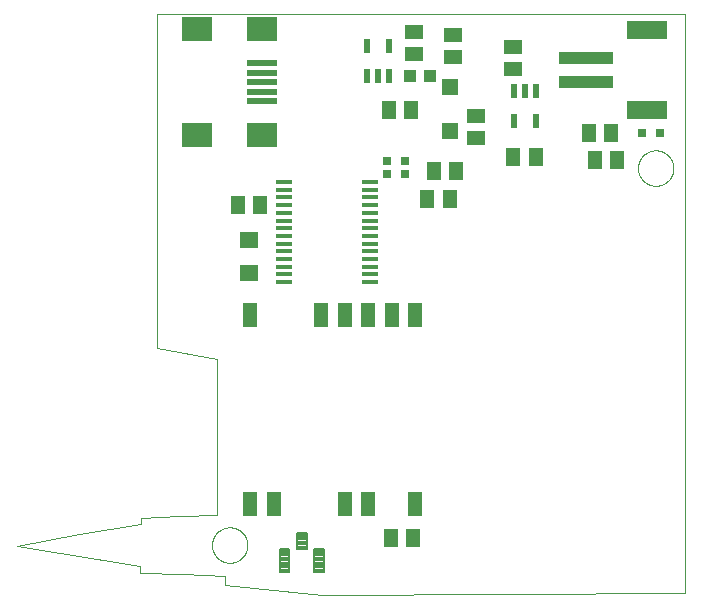
<source format=gtp>
G75*
%MOIN*%
%OFA0B0*%
%FSLAX25Y25*%
%IPPOS*%
%LPD*%
%AMOC8*
5,1,8,0,0,1.08239X$1,22.5*
%
%ADD10C,0.00000*%
%ADD11R,0.05118X0.05906*%
%ADD12R,0.06299X0.05512*%
%ADD13R,0.03150X0.03150*%
%ADD14R,0.05500X0.01370*%
%ADD15R,0.09843X0.01969*%
%ADD16R,0.09843X0.07874*%
%ADD17R,0.02165X0.04724*%
%ADD18R,0.05906X0.05118*%
%ADD19R,0.18110X0.03937*%
%ADD20R,0.13386X0.06299*%
%ADD21R,0.05000X0.07874*%
%ADD22R,0.05512X0.05512*%
%ADD23R,0.04331X0.03937*%
%ADD24C,0.00800*%
D10*
X0004557Y0022435D02*
X0025391Y0026394D01*
X0045891Y0030019D01*
X0045960Y0031852D01*
X0046030Y0032019D01*
X0058794Y0032505D01*
X0071224Y0032991D01*
X0071200Y0032985D02*
X0071225Y0058990D01*
X0071224Y0058963D02*
X0071224Y0084935D01*
X0051224Y0088685D01*
X0051224Y0199797D01*
X0227474Y0199797D01*
X0227474Y0006741D01*
X0166919Y0006394D01*
X0106363Y0006047D01*
X0074002Y0009419D01*
X0074002Y0012574D01*
X0059905Y0013130D01*
X0045807Y0013685D01*
X0045807Y0015908D01*
X0004557Y0022435D01*
X0069653Y0022850D02*
X0069655Y0023003D01*
X0069661Y0023157D01*
X0069671Y0023310D01*
X0069685Y0023462D01*
X0069703Y0023615D01*
X0069725Y0023766D01*
X0069750Y0023917D01*
X0069780Y0024068D01*
X0069814Y0024218D01*
X0069851Y0024366D01*
X0069892Y0024514D01*
X0069937Y0024660D01*
X0069986Y0024806D01*
X0070039Y0024950D01*
X0070095Y0025092D01*
X0070155Y0025233D01*
X0070219Y0025373D01*
X0070286Y0025511D01*
X0070357Y0025647D01*
X0070432Y0025781D01*
X0070509Y0025913D01*
X0070591Y0026043D01*
X0070675Y0026171D01*
X0070763Y0026297D01*
X0070854Y0026420D01*
X0070948Y0026541D01*
X0071046Y0026659D01*
X0071146Y0026775D01*
X0071250Y0026888D01*
X0071356Y0026999D01*
X0071465Y0027107D01*
X0071577Y0027212D01*
X0071691Y0027313D01*
X0071809Y0027412D01*
X0071928Y0027508D01*
X0072050Y0027601D01*
X0072175Y0027690D01*
X0072302Y0027777D01*
X0072431Y0027859D01*
X0072562Y0027939D01*
X0072695Y0028015D01*
X0072830Y0028088D01*
X0072967Y0028157D01*
X0073106Y0028222D01*
X0073246Y0028284D01*
X0073388Y0028342D01*
X0073531Y0028397D01*
X0073676Y0028448D01*
X0073822Y0028495D01*
X0073969Y0028538D01*
X0074117Y0028577D01*
X0074266Y0028613D01*
X0074416Y0028644D01*
X0074567Y0028672D01*
X0074718Y0028696D01*
X0074871Y0028716D01*
X0075023Y0028732D01*
X0075176Y0028744D01*
X0075329Y0028752D01*
X0075482Y0028756D01*
X0075636Y0028756D01*
X0075789Y0028752D01*
X0075942Y0028744D01*
X0076095Y0028732D01*
X0076247Y0028716D01*
X0076400Y0028696D01*
X0076551Y0028672D01*
X0076702Y0028644D01*
X0076852Y0028613D01*
X0077001Y0028577D01*
X0077149Y0028538D01*
X0077296Y0028495D01*
X0077442Y0028448D01*
X0077587Y0028397D01*
X0077730Y0028342D01*
X0077872Y0028284D01*
X0078012Y0028222D01*
X0078151Y0028157D01*
X0078288Y0028088D01*
X0078423Y0028015D01*
X0078556Y0027939D01*
X0078687Y0027859D01*
X0078816Y0027777D01*
X0078943Y0027690D01*
X0079068Y0027601D01*
X0079190Y0027508D01*
X0079309Y0027412D01*
X0079427Y0027313D01*
X0079541Y0027212D01*
X0079653Y0027107D01*
X0079762Y0026999D01*
X0079868Y0026888D01*
X0079972Y0026775D01*
X0080072Y0026659D01*
X0080170Y0026541D01*
X0080264Y0026420D01*
X0080355Y0026297D01*
X0080443Y0026171D01*
X0080527Y0026043D01*
X0080609Y0025913D01*
X0080686Y0025781D01*
X0080761Y0025647D01*
X0080832Y0025511D01*
X0080899Y0025373D01*
X0080963Y0025233D01*
X0081023Y0025092D01*
X0081079Y0024950D01*
X0081132Y0024806D01*
X0081181Y0024660D01*
X0081226Y0024514D01*
X0081267Y0024366D01*
X0081304Y0024218D01*
X0081338Y0024068D01*
X0081368Y0023917D01*
X0081393Y0023766D01*
X0081415Y0023615D01*
X0081433Y0023462D01*
X0081447Y0023310D01*
X0081457Y0023157D01*
X0081463Y0023003D01*
X0081465Y0022850D01*
X0081463Y0022697D01*
X0081457Y0022543D01*
X0081447Y0022390D01*
X0081433Y0022238D01*
X0081415Y0022085D01*
X0081393Y0021934D01*
X0081368Y0021783D01*
X0081338Y0021632D01*
X0081304Y0021482D01*
X0081267Y0021334D01*
X0081226Y0021186D01*
X0081181Y0021040D01*
X0081132Y0020894D01*
X0081079Y0020750D01*
X0081023Y0020608D01*
X0080963Y0020467D01*
X0080899Y0020327D01*
X0080832Y0020189D01*
X0080761Y0020053D01*
X0080686Y0019919D01*
X0080609Y0019787D01*
X0080527Y0019657D01*
X0080443Y0019529D01*
X0080355Y0019403D01*
X0080264Y0019280D01*
X0080170Y0019159D01*
X0080072Y0019041D01*
X0079972Y0018925D01*
X0079868Y0018812D01*
X0079762Y0018701D01*
X0079653Y0018593D01*
X0079541Y0018488D01*
X0079427Y0018387D01*
X0079309Y0018288D01*
X0079190Y0018192D01*
X0079068Y0018099D01*
X0078943Y0018010D01*
X0078816Y0017923D01*
X0078687Y0017841D01*
X0078556Y0017761D01*
X0078423Y0017685D01*
X0078288Y0017612D01*
X0078151Y0017543D01*
X0078012Y0017478D01*
X0077872Y0017416D01*
X0077730Y0017358D01*
X0077587Y0017303D01*
X0077442Y0017252D01*
X0077296Y0017205D01*
X0077149Y0017162D01*
X0077001Y0017123D01*
X0076852Y0017087D01*
X0076702Y0017056D01*
X0076551Y0017028D01*
X0076400Y0017004D01*
X0076247Y0016984D01*
X0076095Y0016968D01*
X0075942Y0016956D01*
X0075789Y0016948D01*
X0075636Y0016944D01*
X0075482Y0016944D01*
X0075329Y0016948D01*
X0075176Y0016956D01*
X0075023Y0016968D01*
X0074871Y0016984D01*
X0074718Y0017004D01*
X0074567Y0017028D01*
X0074416Y0017056D01*
X0074266Y0017087D01*
X0074117Y0017123D01*
X0073969Y0017162D01*
X0073822Y0017205D01*
X0073676Y0017252D01*
X0073531Y0017303D01*
X0073388Y0017358D01*
X0073246Y0017416D01*
X0073106Y0017478D01*
X0072967Y0017543D01*
X0072830Y0017612D01*
X0072695Y0017685D01*
X0072562Y0017761D01*
X0072431Y0017841D01*
X0072302Y0017923D01*
X0072175Y0018010D01*
X0072050Y0018099D01*
X0071928Y0018192D01*
X0071809Y0018288D01*
X0071691Y0018387D01*
X0071577Y0018488D01*
X0071465Y0018593D01*
X0071356Y0018701D01*
X0071250Y0018812D01*
X0071146Y0018925D01*
X0071046Y0019041D01*
X0070948Y0019159D01*
X0070854Y0019280D01*
X0070763Y0019403D01*
X0070675Y0019529D01*
X0070591Y0019657D01*
X0070509Y0019787D01*
X0070432Y0019919D01*
X0070357Y0020053D01*
X0070286Y0020189D01*
X0070219Y0020327D01*
X0070155Y0020467D01*
X0070095Y0020608D01*
X0070039Y0020750D01*
X0069986Y0020894D01*
X0069937Y0021040D01*
X0069892Y0021186D01*
X0069851Y0021334D01*
X0069814Y0021482D01*
X0069780Y0021632D01*
X0069750Y0021783D01*
X0069725Y0021934D01*
X0069703Y0022085D01*
X0069685Y0022238D01*
X0069671Y0022390D01*
X0069661Y0022543D01*
X0069655Y0022697D01*
X0069653Y0022850D01*
X0211639Y0148504D02*
X0211641Y0148657D01*
X0211647Y0148811D01*
X0211657Y0148964D01*
X0211671Y0149116D01*
X0211689Y0149269D01*
X0211711Y0149420D01*
X0211736Y0149571D01*
X0211766Y0149722D01*
X0211800Y0149872D01*
X0211837Y0150020D01*
X0211878Y0150168D01*
X0211923Y0150314D01*
X0211972Y0150460D01*
X0212025Y0150604D01*
X0212081Y0150746D01*
X0212141Y0150887D01*
X0212205Y0151027D01*
X0212272Y0151165D01*
X0212343Y0151301D01*
X0212418Y0151435D01*
X0212495Y0151567D01*
X0212577Y0151697D01*
X0212661Y0151825D01*
X0212749Y0151951D01*
X0212840Y0152074D01*
X0212934Y0152195D01*
X0213032Y0152313D01*
X0213132Y0152429D01*
X0213236Y0152542D01*
X0213342Y0152653D01*
X0213451Y0152761D01*
X0213563Y0152866D01*
X0213677Y0152967D01*
X0213795Y0153066D01*
X0213914Y0153162D01*
X0214036Y0153255D01*
X0214161Y0153344D01*
X0214288Y0153431D01*
X0214417Y0153513D01*
X0214548Y0153593D01*
X0214681Y0153669D01*
X0214816Y0153742D01*
X0214953Y0153811D01*
X0215092Y0153876D01*
X0215232Y0153938D01*
X0215374Y0153996D01*
X0215517Y0154051D01*
X0215662Y0154102D01*
X0215808Y0154149D01*
X0215955Y0154192D01*
X0216103Y0154231D01*
X0216252Y0154267D01*
X0216402Y0154298D01*
X0216553Y0154326D01*
X0216704Y0154350D01*
X0216857Y0154370D01*
X0217009Y0154386D01*
X0217162Y0154398D01*
X0217315Y0154406D01*
X0217468Y0154410D01*
X0217622Y0154410D01*
X0217775Y0154406D01*
X0217928Y0154398D01*
X0218081Y0154386D01*
X0218233Y0154370D01*
X0218386Y0154350D01*
X0218537Y0154326D01*
X0218688Y0154298D01*
X0218838Y0154267D01*
X0218987Y0154231D01*
X0219135Y0154192D01*
X0219282Y0154149D01*
X0219428Y0154102D01*
X0219573Y0154051D01*
X0219716Y0153996D01*
X0219858Y0153938D01*
X0219998Y0153876D01*
X0220137Y0153811D01*
X0220274Y0153742D01*
X0220409Y0153669D01*
X0220542Y0153593D01*
X0220673Y0153513D01*
X0220802Y0153431D01*
X0220929Y0153344D01*
X0221054Y0153255D01*
X0221176Y0153162D01*
X0221295Y0153066D01*
X0221413Y0152967D01*
X0221527Y0152866D01*
X0221639Y0152761D01*
X0221748Y0152653D01*
X0221854Y0152542D01*
X0221958Y0152429D01*
X0222058Y0152313D01*
X0222156Y0152195D01*
X0222250Y0152074D01*
X0222341Y0151951D01*
X0222429Y0151825D01*
X0222513Y0151697D01*
X0222595Y0151567D01*
X0222672Y0151435D01*
X0222747Y0151301D01*
X0222818Y0151165D01*
X0222885Y0151027D01*
X0222949Y0150887D01*
X0223009Y0150746D01*
X0223065Y0150604D01*
X0223118Y0150460D01*
X0223167Y0150314D01*
X0223212Y0150168D01*
X0223253Y0150020D01*
X0223290Y0149872D01*
X0223324Y0149722D01*
X0223354Y0149571D01*
X0223379Y0149420D01*
X0223401Y0149269D01*
X0223419Y0149116D01*
X0223433Y0148964D01*
X0223443Y0148811D01*
X0223449Y0148657D01*
X0223451Y0148504D01*
X0223449Y0148351D01*
X0223443Y0148197D01*
X0223433Y0148044D01*
X0223419Y0147892D01*
X0223401Y0147739D01*
X0223379Y0147588D01*
X0223354Y0147437D01*
X0223324Y0147286D01*
X0223290Y0147136D01*
X0223253Y0146988D01*
X0223212Y0146840D01*
X0223167Y0146694D01*
X0223118Y0146548D01*
X0223065Y0146404D01*
X0223009Y0146262D01*
X0222949Y0146121D01*
X0222885Y0145981D01*
X0222818Y0145843D01*
X0222747Y0145707D01*
X0222672Y0145573D01*
X0222595Y0145441D01*
X0222513Y0145311D01*
X0222429Y0145183D01*
X0222341Y0145057D01*
X0222250Y0144934D01*
X0222156Y0144813D01*
X0222058Y0144695D01*
X0221958Y0144579D01*
X0221854Y0144466D01*
X0221748Y0144355D01*
X0221639Y0144247D01*
X0221527Y0144142D01*
X0221413Y0144041D01*
X0221295Y0143942D01*
X0221176Y0143846D01*
X0221054Y0143753D01*
X0220929Y0143664D01*
X0220802Y0143577D01*
X0220673Y0143495D01*
X0220542Y0143415D01*
X0220409Y0143339D01*
X0220274Y0143266D01*
X0220137Y0143197D01*
X0219998Y0143132D01*
X0219858Y0143070D01*
X0219716Y0143012D01*
X0219573Y0142957D01*
X0219428Y0142906D01*
X0219282Y0142859D01*
X0219135Y0142816D01*
X0218987Y0142777D01*
X0218838Y0142741D01*
X0218688Y0142710D01*
X0218537Y0142682D01*
X0218386Y0142658D01*
X0218233Y0142638D01*
X0218081Y0142622D01*
X0217928Y0142610D01*
X0217775Y0142602D01*
X0217622Y0142598D01*
X0217468Y0142598D01*
X0217315Y0142602D01*
X0217162Y0142610D01*
X0217009Y0142622D01*
X0216857Y0142638D01*
X0216704Y0142658D01*
X0216553Y0142682D01*
X0216402Y0142710D01*
X0216252Y0142741D01*
X0216103Y0142777D01*
X0215955Y0142816D01*
X0215808Y0142859D01*
X0215662Y0142906D01*
X0215517Y0142957D01*
X0215374Y0143012D01*
X0215232Y0143070D01*
X0215092Y0143132D01*
X0214953Y0143197D01*
X0214816Y0143266D01*
X0214681Y0143339D01*
X0214548Y0143415D01*
X0214417Y0143495D01*
X0214288Y0143577D01*
X0214161Y0143664D01*
X0214036Y0143753D01*
X0213914Y0143846D01*
X0213795Y0143942D01*
X0213677Y0144041D01*
X0213563Y0144142D01*
X0213451Y0144247D01*
X0213342Y0144355D01*
X0213236Y0144466D01*
X0213132Y0144579D01*
X0213032Y0144695D01*
X0212934Y0144813D01*
X0212840Y0144934D01*
X0212749Y0145057D01*
X0212661Y0145183D01*
X0212577Y0145311D01*
X0212495Y0145441D01*
X0212418Y0145573D01*
X0212343Y0145707D01*
X0212272Y0145843D01*
X0212205Y0145981D01*
X0212141Y0146121D01*
X0212081Y0146262D01*
X0212025Y0146404D01*
X0211972Y0146548D01*
X0211923Y0146694D01*
X0211878Y0146840D01*
X0211837Y0146988D01*
X0211800Y0147136D01*
X0211766Y0147286D01*
X0211736Y0147437D01*
X0211711Y0147588D01*
X0211689Y0147739D01*
X0211671Y0147892D01*
X0211657Y0148044D01*
X0211647Y0148197D01*
X0211641Y0148351D01*
X0211639Y0148504D01*
D11*
X0204640Y0151185D03*
X0197160Y0151185D03*
X0195160Y0160185D03*
X0202640Y0160185D03*
X0177540Y0152085D03*
X0170060Y0152085D03*
X0151017Y0147568D03*
X0143537Y0147568D03*
X0141337Y0138356D03*
X0148818Y0138356D03*
X0136031Y0167724D03*
X0128551Y0167724D03*
X0085640Y0136185D03*
X0078160Y0136185D03*
X0129160Y0025185D03*
X0136640Y0025185D03*
D12*
X0081900Y0113674D03*
X0081900Y0124697D03*
D13*
X0128147Y0146585D03*
X0127947Y0150985D03*
X0133853Y0150985D03*
X0134053Y0146585D03*
X0212947Y0160185D03*
X0218853Y0160185D03*
D14*
X0122294Y0143819D03*
X0122294Y0141260D03*
X0122294Y0138701D03*
X0122294Y0136142D03*
X0122294Y0133583D03*
X0122294Y0131024D03*
X0122294Y0128465D03*
X0122294Y0125906D03*
X0122294Y0123347D03*
X0122294Y0120788D03*
X0122294Y0118229D03*
X0122294Y0115670D03*
X0122294Y0113111D03*
X0122294Y0110552D03*
X0093506Y0110552D03*
X0093506Y0113111D03*
X0093506Y0115670D03*
X0093506Y0118229D03*
X0093506Y0120788D03*
X0093506Y0123347D03*
X0093506Y0125906D03*
X0093506Y0128465D03*
X0093506Y0131024D03*
X0093506Y0133583D03*
X0093506Y0136142D03*
X0093506Y0138701D03*
X0093506Y0141260D03*
X0093506Y0143819D03*
D15*
X0086213Y0170795D03*
X0086213Y0173944D03*
X0086213Y0177094D03*
X0086213Y0180243D03*
X0086213Y0183393D03*
D16*
X0086213Y0194810D03*
X0064560Y0194810D03*
X0064560Y0159377D03*
X0086213Y0159377D03*
D17*
X0121160Y0179067D03*
X0124900Y0179067D03*
X0128640Y0179067D03*
X0128640Y0189304D03*
X0121160Y0189304D03*
X0170160Y0174304D03*
X0173900Y0174304D03*
X0177640Y0174304D03*
X0177640Y0164067D03*
X0170160Y0164067D03*
D18*
X0157585Y0165926D03*
X0157585Y0158445D03*
X0169900Y0181445D03*
X0169900Y0188926D03*
X0149900Y0185445D03*
X0149900Y0192926D03*
X0136900Y0193926D03*
X0136900Y0186445D03*
D19*
X0194333Y0185122D03*
X0194333Y0177248D03*
D20*
X0214806Y0167800D03*
X0214806Y0194571D03*
D21*
X0137459Y0099431D03*
X0129585Y0099461D03*
X0121711Y0099439D03*
X0113885Y0099461D03*
X0105963Y0099431D03*
X0082341Y0099461D03*
X0082341Y0036439D03*
X0090215Y0036439D03*
X0113837Y0036439D03*
X0121711Y0036439D03*
X0137459Y0036431D03*
D22*
X0148900Y0160902D03*
X0148900Y0175469D03*
D23*
X0142246Y0179185D03*
X0135554Y0179185D03*
D24*
X0101200Y0026714D02*
X0101200Y0021514D01*
X0098000Y0021514D01*
X0098000Y0026714D01*
X0101200Y0026714D01*
X0101200Y0022313D02*
X0098000Y0022313D01*
X0098000Y0023112D02*
X0101200Y0023112D01*
X0101200Y0023911D02*
X0098000Y0023911D01*
X0098000Y0024710D02*
X0101200Y0024710D01*
X0101200Y0025509D02*
X0098000Y0025509D01*
X0098000Y0026308D02*
X0101200Y0026308D01*
X0106988Y0021665D02*
X0106988Y0013805D01*
X0103788Y0013805D01*
X0103788Y0021665D01*
X0106988Y0021665D01*
X0106988Y0014604D02*
X0103788Y0014604D01*
X0103788Y0015403D02*
X0106988Y0015403D01*
X0106988Y0016202D02*
X0103788Y0016202D01*
X0103788Y0017001D02*
X0106988Y0017001D01*
X0106988Y0017800D02*
X0103788Y0017800D01*
X0103788Y0018599D02*
X0106988Y0018599D01*
X0106988Y0019398D02*
X0103788Y0019398D01*
X0103788Y0020197D02*
X0106988Y0020197D01*
X0106988Y0020996D02*
X0103788Y0020996D01*
X0095412Y0021665D02*
X0095412Y0013805D01*
X0092212Y0013805D01*
X0092212Y0021665D01*
X0095412Y0021665D01*
X0095412Y0014604D02*
X0092212Y0014604D01*
X0092212Y0015403D02*
X0095412Y0015403D01*
X0095412Y0016202D02*
X0092212Y0016202D01*
X0092212Y0017001D02*
X0095412Y0017001D01*
X0095412Y0017800D02*
X0092212Y0017800D01*
X0092212Y0018599D02*
X0095412Y0018599D01*
X0095412Y0019398D02*
X0092212Y0019398D01*
X0092212Y0020197D02*
X0095412Y0020197D01*
X0095412Y0020996D02*
X0092212Y0020996D01*
M02*

</source>
